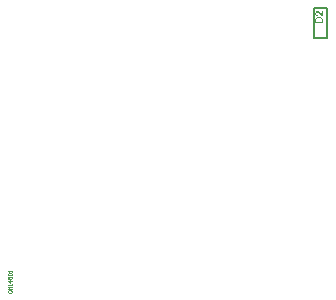
<source format=gbr>
%TF.GenerationSoftware,Altium Limited,Altium Designer,20.1.11 (218)*%
G04 Layer_Color=16711935*
%FSLAX45Y45*%
%MOMM*%
%TF.SameCoordinates,A720D921-2E1A-4B1E-B03F-C1F3B01285F1*%
%TF.FilePolarity,Positive*%
%TF.FileFunction,Other,Top_Assembly*%
%TF.Part,Single*%
G01*
G75*
%TA.AperFunction,NonConductor*%
%ADD53C,0.20000*%
%ADD188C,0.05000*%
G36*
X4638824Y3080189D02*
X4638732D01*
X4638362D01*
X4637807D01*
X4637068Y3080281D01*
X4636236Y3080374D01*
X4635311Y3080559D01*
X4634386Y3080744D01*
X4633369Y3081113D01*
X4633277D01*
X4633185Y3081206D01*
X4632630Y3081391D01*
X4631798Y3081761D01*
X4630688Y3082315D01*
X4629394Y3083055D01*
X4627915Y3083980D01*
X4626435Y3084997D01*
X4624863Y3086291D01*
X4624771D01*
X4624679Y3086476D01*
X4624124Y3086938D01*
X4623292Y3087770D01*
X4622090Y3088972D01*
X4620703Y3090359D01*
X4619039Y3092116D01*
X4617190Y3094242D01*
X4615248Y3096554D01*
X4615156Y3096646D01*
X4614878Y3097016D01*
X4614416Y3097571D01*
X4613861Y3098218D01*
X4613122Y3099050D01*
X4612289Y3100067D01*
X4611365Y3101084D01*
X4610348Y3102286D01*
X4608129Y3104597D01*
X4605910Y3106909D01*
X4604801Y3108018D01*
X4603691Y3109035D01*
X4602674Y3109960D01*
X4601657Y3110699D01*
X4601565D01*
X4601472Y3110884D01*
X4601195Y3111069D01*
X4600825Y3111254D01*
X4599808Y3111901D01*
X4598606Y3112641D01*
X4597127Y3113288D01*
X4595555Y3113935D01*
X4593798Y3114305D01*
X4592134Y3114490D01*
X4592042D01*
X4591949D01*
X4591394Y3114398D01*
X4590470Y3114305D01*
X4589453Y3114028D01*
X4588158Y3113658D01*
X4586864Y3113011D01*
X4585570Y3112179D01*
X4584275Y3111069D01*
X4584090Y3110884D01*
X4583721Y3110422D01*
X4583258Y3109775D01*
X4582611Y3108758D01*
X4582056Y3107463D01*
X4581502Y3105984D01*
X4581132Y3104227D01*
X4581039Y3102286D01*
Y3101731D01*
X4581132Y3101361D01*
X4581224Y3100252D01*
X4581502Y3098957D01*
X4581871Y3097571D01*
X4582519Y3095999D01*
X4583351Y3094520D01*
X4584460Y3093133D01*
X4584645Y3092948D01*
X4585107Y3092578D01*
X4585847Y3092023D01*
X4586957Y3091469D01*
X4588251Y3090821D01*
X4589915Y3090267D01*
X4591764Y3089897D01*
X4593891Y3089712D01*
X4593059Y3081668D01*
X4592966D01*
X4592689Y3081761D01*
X4592227D01*
X4591579Y3081853D01*
X4590840Y3082038D01*
X4590008Y3082223D01*
X4588991Y3082500D01*
X4587974Y3082778D01*
X4585755Y3083517D01*
X4583536Y3084627D01*
X4582426Y3085274D01*
X4581317Y3086106D01*
X4580300Y3086938D01*
X4579375Y3087863D01*
X4579283Y3087955D01*
X4579190Y3088140D01*
X4578913Y3088417D01*
X4578635Y3088880D01*
X4578266Y3089435D01*
X4577896Y3090082D01*
X4577434Y3090821D01*
X4576971Y3091746D01*
X4576509Y3092763D01*
X4576047Y3093872D01*
X4575677Y3095074D01*
X4575307Y3096369D01*
X4575030Y3097756D01*
X4574752Y3099235D01*
X4574660Y3100807D01*
X4574567Y3102471D01*
Y3103395D01*
X4574660Y3104043D01*
X4574752Y3104782D01*
X4574845Y3105707D01*
X4575030Y3106724D01*
X4575215Y3107741D01*
X4575862Y3110145D01*
X4576786Y3112549D01*
X4577341Y3113750D01*
X4577988Y3114952D01*
X4578820Y3116062D01*
X4579745Y3117079D01*
X4579837Y3117171D01*
X4579930Y3117356D01*
X4580300Y3117541D01*
X4580670Y3117911D01*
X4581132Y3118373D01*
X4581779Y3118836D01*
X4582426Y3119298D01*
X4583258Y3119853D01*
X4585015Y3120777D01*
X4587234Y3121702D01*
X4588343Y3122071D01*
X4589638Y3122256D01*
X4590932Y3122441D01*
X4592319Y3122534D01*
X4592504D01*
X4592966D01*
X4593706Y3122441D01*
X4594723Y3122349D01*
X4595832Y3122164D01*
X4597127Y3121794D01*
X4598514Y3121424D01*
X4599900Y3120870D01*
X4600085Y3120777D01*
X4600548Y3120592D01*
X4601287Y3120222D01*
X4602304Y3119668D01*
X4603414Y3118928D01*
X4604801Y3118003D01*
X4606187Y3116894D01*
X4607759Y3115600D01*
X4607944Y3115415D01*
X4608499Y3114952D01*
X4608961Y3114490D01*
X4609423Y3114028D01*
X4609978Y3113473D01*
X4610718Y3112733D01*
X4611457Y3111994D01*
X4612289Y3111069D01*
X4613214Y3110145D01*
X4614231Y3109035D01*
X4615248Y3107833D01*
X4616450Y3106539D01*
X4617652Y3105060D01*
X4618946Y3103580D01*
X4619039Y3103488D01*
X4619224Y3103303D01*
X4619501Y3102933D01*
X4619871Y3102471D01*
X4620426Y3101916D01*
X4620980Y3101269D01*
X4622182Y3099790D01*
X4623569Y3098218D01*
X4624956Y3096739D01*
X4626158Y3095444D01*
X4626620Y3094889D01*
X4627082Y3094427D01*
X4627175Y3094335D01*
X4627452Y3094057D01*
X4627822Y3093687D01*
X4628377Y3093225D01*
X4629024Y3092763D01*
X4629671Y3092208D01*
X4631243Y3091099D01*
Y3122626D01*
X4638824D01*
Y3080189D01*
D02*
G37*
G36*
X4608406Y3072792D02*
X4609146D01*
X4610903Y3072700D01*
X4612937Y3072423D01*
X4615063Y3072145D01*
X4617282Y3071683D01*
X4619501Y3071128D01*
X4619594D01*
X4619778Y3071036D01*
X4620056Y3070943D01*
X4620426Y3070851D01*
X4621443Y3070481D01*
X4622737Y3069926D01*
X4624216Y3069372D01*
X4625696Y3068632D01*
X4627267Y3067707D01*
X4628747Y3066783D01*
X4628932Y3066690D01*
X4629394Y3066321D01*
X4630041Y3065766D01*
X4630873Y3065026D01*
X4631798Y3064194D01*
X4632722Y3063177D01*
X4633739Y3062160D01*
X4634571Y3060958D01*
X4634664Y3060773D01*
X4634941Y3060403D01*
X4635311Y3059756D01*
X4635773Y3058832D01*
X4636328Y3057722D01*
X4636790Y3056428D01*
X4637345Y3054948D01*
X4637807Y3053284D01*
Y3053099D01*
X4637900Y3052822D01*
X4637992Y3052545D01*
X4638085Y3051620D01*
X4638270Y3050326D01*
X4638455Y3048846D01*
X4638639Y3047090D01*
X4638732Y3045148D01*
X4638824Y3043022D01*
Y3020000D01*
X4574845D01*
Y3044593D01*
X4574937Y3046258D01*
X4575030Y3048107D01*
X4575215Y3049956D01*
X4575492Y3051805D01*
X4575769Y3053377D01*
Y3053469D01*
X4575862Y3053654D01*
Y3053931D01*
X4576047Y3054301D01*
X4576324Y3055318D01*
X4576786Y3056613D01*
X4577434Y3058092D01*
X4578266Y3059664D01*
X4579190Y3061235D01*
X4580392Y3062715D01*
X4580485Y3062807D01*
X4580577Y3062900D01*
X4580854Y3063177D01*
X4581132Y3063547D01*
X4582056Y3064471D01*
X4583351Y3065581D01*
X4584923Y3066783D01*
X4586772Y3068077D01*
X4588898Y3069279D01*
X4591302Y3070296D01*
X4591394D01*
X4591579Y3070389D01*
X4591949Y3070573D01*
X4592504Y3070666D01*
X4593151Y3070943D01*
X4593891Y3071128D01*
X4594723Y3071313D01*
X4595740Y3071591D01*
X4596757Y3071868D01*
X4597959Y3072053D01*
X4600548Y3072515D01*
X4603414Y3072792D01*
X4606557Y3072885D01*
X4606650D01*
X4606835D01*
X4607297D01*
X4607759D01*
X4608406Y3072792D01*
D02*
G37*
%LPC*%
G36*
X4606372Y3064194D02*
X4606280D01*
X4605910D01*
X4605448D01*
X4604708Y3064102D01*
X4603876D01*
X4602951Y3064009D01*
X4601842Y3063917D01*
X4600732Y3063824D01*
X4598236Y3063362D01*
X4595647Y3062807D01*
X4593244Y3061975D01*
X4592042Y3061420D01*
X4591025Y3060866D01*
X4590932D01*
X4590747Y3060681D01*
X4590470Y3060496D01*
X4590100Y3060311D01*
X4589175Y3059571D01*
X4588066Y3058647D01*
X4586864Y3057445D01*
X4585662Y3056058D01*
X4584645Y3054486D01*
X4583813Y3052822D01*
X4583721Y3052637D01*
X4583628Y3052175D01*
X4583351Y3051343D01*
X4583073Y3050141D01*
X4582888Y3048661D01*
X4582611Y3046812D01*
X4582519Y3045703D01*
Y3044501D01*
X4582426Y3043299D01*
Y3028506D01*
X4631243D01*
Y3043669D01*
X4631151Y3044316D01*
X4631058Y3045703D01*
X4630966Y3047275D01*
X4630781Y3048939D01*
X4630503Y3050603D01*
X4630133Y3051990D01*
X4630041Y3052175D01*
X4629949Y3052637D01*
X4629671Y3053284D01*
X4629301Y3054116D01*
X4628747Y3055041D01*
X4628192Y3055965D01*
X4627545Y3056890D01*
X4626805Y3057815D01*
X4626620Y3057907D01*
X4626250Y3058277D01*
X4625603Y3058832D01*
X4624679Y3059479D01*
X4623477Y3060218D01*
X4622090Y3061051D01*
X4620518Y3061790D01*
X4618761Y3062437D01*
X4618669D01*
X4618484Y3062530D01*
X4618207Y3062622D01*
X4617837Y3062715D01*
X4617375Y3062807D01*
X4616727Y3062992D01*
X4616080Y3063177D01*
X4615341Y3063362D01*
X4613491Y3063639D01*
X4611365Y3063917D01*
X4608961Y3064102D01*
X4606372Y3064194D01*
D02*
G37*
%LPD*%
D53*
X4565002Y2895000D02*
Y3145002D01*
X4675000D01*
Y2895000D02*
Y3145002D01*
X4565002Y2895000D02*
X4675000D01*
D188*
X1999995Y759954D02*
X1980002D01*
X1975003Y754956D01*
Y744959D01*
X1980002Y739960D01*
X1999995D01*
X2004994Y744959D01*
Y754956D01*
X1994997Y749957D02*
X2004994Y759954D01*
Y754956D02*
X1999995Y759954D01*
X2004994Y769951D02*
X1975003D01*
X1985000Y779947D01*
X1975003Y789944D01*
X2004994D01*
Y799941D02*
Y809938D01*
Y804939D01*
X1975003D01*
X1980002Y799941D01*
X2004994Y839928D02*
X1975003D01*
X1989999Y824933D01*
Y844926D01*
X1975003Y874917D02*
Y854923D01*
X1989999D01*
X1985000Y864920D01*
Y869918D01*
X1989999Y874917D01*
X1999995D01*
X2004994Y869918D01*
Y859922D01*
X1999995Y854923D01*
X1980002Y884913D02*
X1975003Y889912D01*
Y899909D01*
X1980002Y904907D01*
X1999995D01*
X2004994Y899909D01*
Y889912D01*
X1999995Y884913D01*
X1980002D01*
X2004994Y914904D02*
Y924900D01*
Y919902D01*
X1975003D01*
X1980002Y914904D01*
%TF.MD5,97d913ccf35758c5d5644325a6483794*%
M02*

</source>
